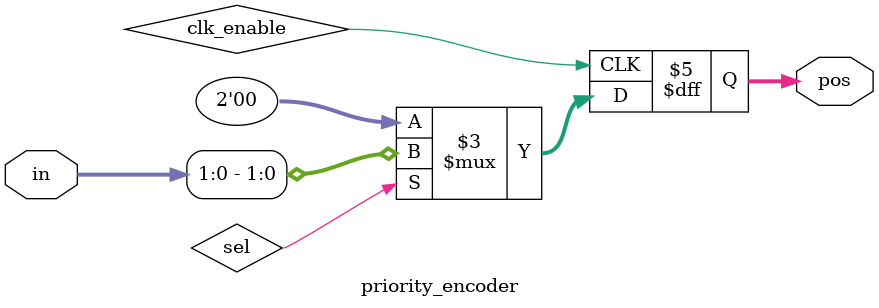
<source format=v>
module priority_encoder( 
input [2:0] in,
output reg [1:0] pos ); 
// When sel=1, assign b to out
always@(posedge clk_enable) begin
  if(sel) begin 
    pos <= in;
  end else begin
    pos <= 0;
  end
end
endmodule

</source>
